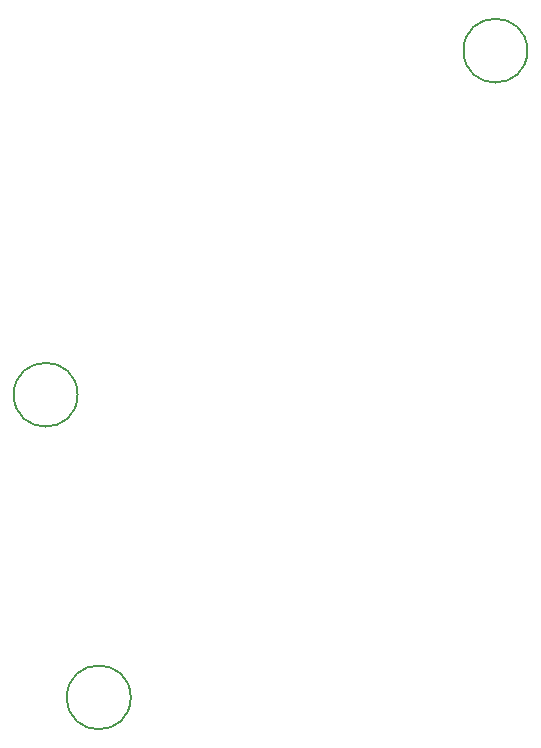
<source format=gbr>
G04 #@! TF.GenerationSoftware,KiCad,Pcbnew,(5.0.0)*
G04 #@! TF.CreationDate,2020-03-24T23:03:23+11:00*
G04 #@! TF.ProjectId,Classification and Contol Board,436C617373696669636174696F6E2061,rev?*
G04 #@! TF.SameCoordinates,Original*
G04 #@! TF.FileFunction,Other,Comment*
%FSLAX46Y46*%
G04 Gerber Fmt 4.6, Leading zero omitted, Abs format (unit mm)*
G04 Created by KiCad (PCBNEW (5.0.0)) date 03/24/20 23:03:23*
%MOMM*%
%LPD*%
G01*
G04 APERTURE LIST*
%ADD10C,0.150000*%
G04 APERTURE END LIST*
D10*
G04 #@! TO.C,MH1*
X129230000Y-93600000D02*
G75*
G03X129230000Y-93600000I-2700000J0D01*
G01*
G04 #@! TO.C,MH2*
X133730000Y-119230000D02*
G75*
G03X133730000Y-119230000I-2700000J0D01*
G01*
G04 #@! TO.C,MH3*
X167310000Y-64470000D02*
G75*
G03X167310000Y-64470000I-2700000J0D01*
G01*
G04 #@! TD*
M02*

</source>
